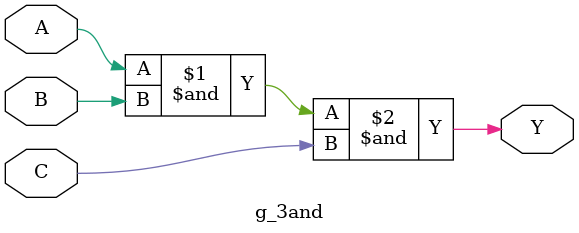
<source format=v>
module g_3and (Y, A, B, C);

   input A, B, C;
   output Y;

   and (Y, A, B, C);

endmodule // g_3and

</source>
